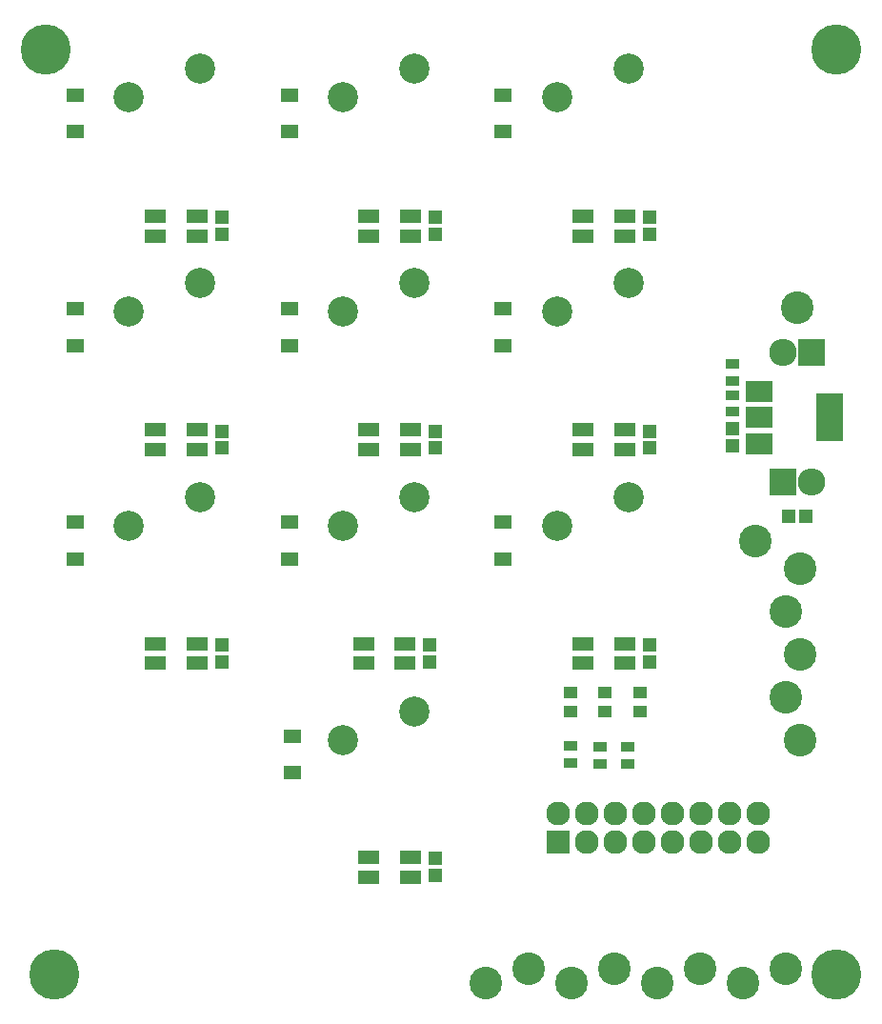
<source format=gbr>
G04 #@! TF.FileFunction,Soldermask,Top*
%FSLAX46Y46*%
G04 Gerber Fmt 4.6, Leading zero omitted, Abs format (unit mm)*
G04 Created by KiCad (PCBNEW 4.0.5-e0-6337~49~ubuntu16.04.1) date Thu Dec 29 17:38:52 2016*
%MOMM*%
%LPD*%
G01*
G04 APERTURE LIST*
%ADD10C,0.100000*%
%ADD11R,2.127200X2.127200*%
%ADD12O,2.127200X2.127200*%
%ADD13R,1.150000X1.200000*%
%ADD14R,1.620000X1.310000*%
%ADD15R,1.200000X1.000000*%
%ADD16R,1.300000X0.900000*%
%ADD17R,1.900000X1.250000*%
%ADD18C,2.900000*%
%ADD19C,4.464000*%
%ADD20R,1.200000X1.150000*%
%ADD21R,2.432000X2.432000*%
%ADD22O,2.432000X2.432000*%
%ADD23R,2.400000X4.200000*%
%ADD24R,2.400000X1.900000*%
%ADD25C,2.686000*%
G04 APERTURE END LIST*
D10*
D11*
X165180000Y-120540000D03*
D12*
X165180000Y-118000000D03*
X167720000Y-120540000D03*
X167720000Y-118000000D03*
X170260000Y-120540000D03*
X170260000Y-118000000D03*
X172800000Y-120540000D03*
X172800000Y-118000000D03*
X175340000Y-120540000D03*
X175340000Y-118000000D03*
X177880000Y-120540000D03*
X177880000Y-118000000D03*
X180420000Y-120540000D03*
X180420000Y-118000000D03*
X182960000Y-120540000D03*
X182960000Y-118000000D03*
D13*
X135300000Y-66550000D03*
X135300000Y-65050000D03*
X154300000Y-66550000D03*
X154300000Y-65050000D03*
X173300000Y-66550000D03*
X173300000Y-65050000D03*
X135300000Y-85550000D03*
X135300000Y-84050000D03*
X154300000Y-85550000D03*
X154300000Y-84050000D03*
X173300000Y-85550000D03*
X173300000Y-84050000D03*
X135300000Y-104550000D03*
X135300000Y-103050000D03*
X153800000Y-104550000D03*
X153800000Y-103050000D03*
X173300000Y-104550000D03*
X173300000Y-103050000D03*
D14*
X122300000Y-57435000D03*
X122300000Y-54165000D03*
X122300000Y-76435000D03*
X122300000Y-73165000D03*
X122300000Y-95435000D03*
X122300000Y-92165000D03*
X141300000Y-57435000D03*
X141300000Y-54165000D03*
X141300000Y-76435000D03*
X141300000Y-73165000D03*
X141300000Y-95435000D03*
X141300000Y-92165000D03*
X160300000Y-57435000D03*
X160300000Y-54165000D03*
X160300000Y-76435000D03*
X160300000Y-73165000D03*
X160300000Y-95435000D03*
X160300000Y-92165000D03*
D15*
X166300000Y-107250000D03*
X166300000Y-108950000D03*
X169400000Y-107250000D03*
X169400000Y-108950000D03*
X172500000Y-107250000D03*
X172500000Y-108950000D03*
D16*
X166300000Y-113550000D03*
X166300000Y-112050000D03*
X168900000Y-113650000D03*
X168900000Y-112150000D03*
X171400000Y-113650000D03*
X171400000Y-112150000D03*
D13*
X154300000Y-123550000D03*
X154300000Y-122050000D03*
D17*
X129400000Y-64950000D03*
X129400000Y-66700000D03*
X133100000Y-66700000D03*
X133100000Y-64950000D03*
X129400000Y-83950000D03*
X129400000Y-85700000D03*
X133100000Y-85700000D03*
X133100000Y-83950000D03*
X129400000Y-102950000D03*
X129400000Y-104700000D03*
X133100000Y-104700000D03*
X133100000Y-102950000D03*
X148400000Y-64950000D03*
X148400000Y-66700000D03*
X152100000Y-66700000D03*
X152100000Y-64950000D03*
X148400000Y-83950000D03*
X148400000Y-85700000D03*
X152100000Y-85700000D03*
X152100000Y-83950000D03*
X147900000Y-102950000D03*
X147900000Y-104700000D03*
X151600000Y-104700000D03*
X151600000Y-102950000D03*
X148400000Y-121950000D03*
X148400000Y-123700000D03*
X152100000Y-123700000D03*
X152100000Y-121950000D03*
X167400000Y-64950000D03*
X167400000Y-66700000D03*
X171100000Y-66700000D03*
X171100000Y-64950000D03*
X167400000Y-83950000D03*
X167400000Y-85700000D03*
X171100000Y-85700000D03*
X171100000Y-83950000D03*
X167400000Y-102950000D03*
X167400000Y-104700000D03*
X171100000Y-104700000D03*
X171100000Y-102950000D03*
D14*
X141600000Y-114435000D03*
X141600000Y-111165000D03*
D18*
X181630000Y-133070000D03*
X186710000Y-111480000D03*
X186710000Y-103860000D03*
X186710000Y-96240000D03*
X166390000Y-133070000D03*
X162580000Y-131800000D03*
X158770000Y-133070000D03*
X174010000Y-133070000D03*
X177800000Y-131800000D03*
X170200000Y-131800000D03*
X185440000Y-131800000D03*
X185440000Y-107670000D03*
X185440000Y-100050000D03*
D19*
X189950000Y-50100000D03*
X120450000Y-132350000D03*
X189950000Y-132350000D03*
X119700000Y-50100000D03*
D20*
X187200000Y-91600000D03*
X185700000Y-91600000D03*
D13*
X180700000Y-83850000D03*
X180700000Y-85350000D03*
D21*
X185200000Y-88600000D03*
D22*
X187740000Y-88600000D03*
D23*
X189350000Y-82850000D03*
D24*
X183050000Y-82850000D03*
X183050000Y-85150000D03*
X183050000Y-80550000D03*
D21*
X187700000Y-77100000D03*
D22*
X185160000Y-77100000D03*
D16*
X180700000Y-82350000D03*
X180700000Y-80850000D03*
X180700000Y-79600000D03*
X180700000Y-78100000D03*
D18*
X182700000Y-93850000D03*
X186450000Y-73100000D03*
D25*
X171470000Y-51790000D03*
X165120000Y-54330000D03*
X171470000Y-89890000D03*
X165120000Y-92430000D03*
X171470000Y-70840000D03*
X165120000Y-73380000D03*
X152420000Y-108940000D03*
X146070000Y-111480000D03*
X152420000Y-89890000D03*
X146070000Y-92430000D03*
X152420000Y-70840000D03*
X146070000Y-73380000D03*
X152420000Y-51790000D03*
X146070000Y-54330000D03*
X133370000Y-89890000D03*
X127020000Y-92430000D03*
X133370000Y-51790000D03*
X127020000Y-54330000D03*
X133370000Y-70840000D03*
X127020000Y-73380000D03*
M02*

</source>
